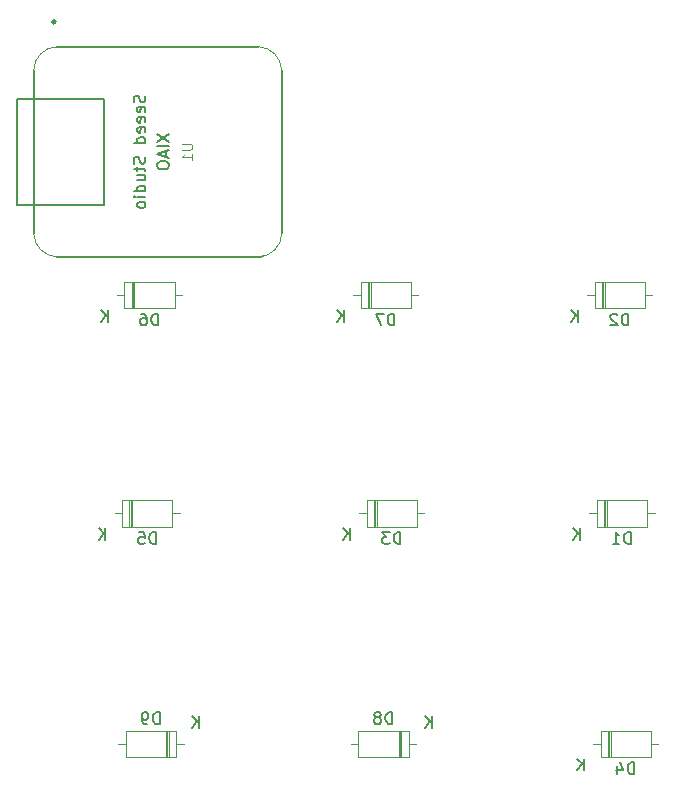
<source format=gbr>
%TF.GenerationSoftware,KiCad,Pcbnew,9.0.7*%
%TF.CreationDate,2026-02-17T23:39:54+08:00*%
%TF.ProjectId,MacroPad,4d616372-6f50-4616-942e-6b696361645f,rev?*%
%TF.SameCoordinates,Original*%
%TF.FileFunction,Legend,Bot*%
%TF.FilePolarity,Positive*%
%FSLAX46Y46*%
G04 Gerber Fmt 4.6, Leading zero omitted, Abs format (unit mm)*
G04 Created by KiCad (PCBNEW 9.0.7) date 2026-02-17 23:39:54*
%MOMM*%
%LPD*%
G01*
G04 APERTURE LIST*
%ADD10C,0.150000*%
%ADD11C,0.101600*%
%ADD12C,0.120000*%
%ADD13C,0.127000*%
%ADD14C,0.254000*%
%ADD15C,0.025400*%
G04 APERTURE END LIST*
D10*
X115428094Y-69574819D02*
X115428094Y-68574819D01*
X115428094Y-68574819D02*
X115189999Y-68574819D01*
X115189999Y-68574819D02*
X115047142Y-68622438D01*
X115047142Y-68622438D02*
X114951904Y-68717676D01*
X114951904Y-68717676D02*
X114904285Y-68812914D01*
X114904285Y-68812914D02*
X114856666Y-69003390D01*
X114856666Y-69003390D02*
X114856666Y-69146247D01*
X114856666Y-69146247D02*
X114904285Y-69336723D01*
X114904285Y-69336723D02*
X114951904Y-69431961D01*
X114951904Y-69431961D02*
X115047142Y-69527200D01*
X115047142Y-69527200D02*
X115189999Y-69574819D01*
X115189999Y-69574819D02*
X115428094Y-69574819D01*
X114523332Y-68574819D02*
X113856666Y-68574819D01*
X113856666Y-68574819D02*
X114285237Y-69574819D01*
X111141904Y-69254819D02*
X111141904Y-68254819D01*
X110570476Y-69254819D02*
X110999047Y-68683390D01*
X110570476Y-68254819D02*
X111141904Y-68826247D01*
X115928094Y-88074819D02*
X115928094Y-87074819D01*
X115928094Y-87074819D02*
X115689999Y-87074819D01*
X115689999Y-87074819D02*
X115547142Y-87122438D01*
X115547142Y-87122438D02*
X115451904Y-87217676D01*
X115451904Y-87217676D02*
X115404285Y-87312914D01*
X115404285Y-87312914D02*
X115356666Y-87503390D01*
X115356666Y-87503390D02*
X115356666Y-87646247D01*
X115356666Y-87646247D02*
X115404285Y-87836723D01*
X115404285Y-87836723D02*
X115451904Y-87931961D01*
X115451904Y-87931961D02*
X115547142Y-88027200D01*
X115547142Y-88027200D02*
X115689999Y-88074819D01*
X115689999Y-88074819D02*
X115928094Y-88074819D01*
X115023332Y-87074819D02*
X114404285Y-87074819D01*
X114404285Y-87074819D02*
X114737618Y-87455771D01*
X114737618Y-87455771D02*
X114594761Y-87455771D01*
X114594761Y-87455771D02*
X114499523Y-87503390D01*
X114499523Y-87503390D02*
X114451904Y-87551009D01*
X114451904Y-87551009D02*
X114404285Y-87646247D01*
X114404285Y-87646247D02*
X114404285Y-87884342D01*
X114404285Y-87884342D02*
X114451904Y-87979580D01*
X114451904Y-87979580D02*
X114499523Y-88027200D01*
X114499523Y-88027200D02*
X114594761Y-88074819D01*
X114594761Y-88074819D02*
X114880475Y-88074819D01*
X114880475Y-88074819D02*
X114975713Y-88027200D01*
X114975713Y-88027200D02*
X115023332Y-87979580D01*
X111641904Y-87754819D02*
X111641904Y-86754819D01*
X111070476Y-87754819D02*
X111499047Y-87183390D01*
X111070476Y-86754819D02*
X111641904Y-87326247D01*
X115238094Y-103334819D02*
X115238094Y-102334819D01*
X115238094Y-102334819D02*
X114999999Y-102334819D01*
X114999999Y-102334819D02*
X114857142Y-102382438D01*
X114857142Y-102382438D02*
X114761904Y-102477676D01*
X114761904Y-102477676D02*
X114714285Y-102572914D01*
X114714285Y-102572914D02*
X114666666Y-102763390D01*
X114666666Y-102763390D02*
X114666666Y-102906247D01*
X114666666Y-102906247D02*
X114714285Y-103096723D01*
X114714285Y-103096723D02*
X114761904Y-103191961D01*
X114761904Y-103191961D02*
X114857142Y-103287200D01*
X114857142Y-103287200D02*
X114999999Y-103334819D01*
X114999999Y-103334819D02*
X115238094Y-103334819D01*
X114095237Y-102763390D02*
X114190475Y-102715771D01*
X114190475Y-102715771D02*
X114238094Y-102668152D01*
X114238094Y-102668152D02*
X114285713Y-102572914D01*
X114285713Y-102572914D02*
X114285713Y-102525295D01*
X114285713Y-102525295D02*
X114238094Y-102430057D01*
X114238094Y-102430057D02*
X114190475Y-102382438D01*
X114190475Y-102382438D02*
X114095237Y-102334819D01*
X114095237Y-102334819D02*
X113904761Y-102334819D01*
X113904761Y-102334819D02*
X113809523Y-102382438D01*
X113809523Y-102382438D02*
X113761904Y-102430057D01*
X113761904Y-102430057D02*
X113714285Y-102525295D01*
X113714285Y-102525295D02*
X113714285Y-102572914D01*
X113714285Y-102572914D02*
X113761904Y-102668152D01*
X113761904Y-102668152D02*
X113809523Y-102715771D01*
X113809523Y-102715771D02*
X113904761Y-102763390D01*
X113904761Y-102763390D02*
X114095237Y-102763390D01*
X114095237Y-102763390D02*
X114190475Y-102811009D01*
X114190475Y-102811009D02*
X114238094Y-102858628D01*
X114238094Y-102858628D02*
X114285713Y-102953866D01*
X114285713Y-102953866D02*
X114285713Y-103144342D01*
X114285713Y-103144342D02*
X114238094Y-103239580D01*
X114238094Y-103239580D02*
X114190475Y-103287200D01*
X114190475Y-103287200D02*
X114095237Y-103334819D01*
X114095237Y-103334819D02*
X113904761Y-103334819D01*
X113904761Y-103334819D02*
X113809523Y-103287200D01*
X113809523Y-103287200D02*
X113761904Y-103239580D01*
X113761904Y-103239580D02*
X113714285Y-103144342D01*
X113714285Y-103144342D02*
X113714285Y-102953866D01*
X113714285Y-102953866D02*
X113761904Y-102858628D01*
X113761904Y-102858628D02*
X113809523Y-102811009D01*
X113809523Y-102811009D02*
X113904761Y-102763390D01*
X118571904Y-103654819D02*
X118571904Y-102654819D01*
X118000476Y-103654819D02*
X118429047Y-103083390D01*
X118000476Y-102654819D02*
X118571904Y-103226247D01*
X95548094Y-103334819D02*
X95548094Y-102334819D01*
X95548094Y-102334819D02*
X95309999Y-102334819D01*
X95309999Y-102334819D02*
X95167142Y-102382438D01*
X95167142Y-102382438D02*
X95071904Y-102477676D01*
X95071904Y-102477676D02*
X95024285Y-102572914D01*
X95024285Y-102572914D02*
X94976666Y-102763390D01*
X94976666Y-102763390D02*
X94976666Y-102906247D01*
X94976666Y-102906247D02*
X95024285Y-103096723D01*
X95024285Y-103096723D02*
X95071904Y-103191961D01*
X95071904Y-103191961D02*
X95167142Y-103287200D01*
X95167142Y-103287200D02*
X95309999Y-103334819D01*
X95309999Y-103334819D02*
X95548094Y-103334819D01*
X94500475Y-103334819D02*
X94309999Y-103334819D01*
X94309999Y-103334819D02*
X94214761Y-103287200D01*
X94214761Y-103287200D02*
X94167142Y-103239580D01*
X94167142Y-103239580D02*
X94071904Y-103096723D01*
X94071904Y-103096723D02*
X94024285Y-102906247D01*
X94024285Y-102906247D02*
X94024285Y-102525295D01*
X94024285Y-102525295D02*
X94071904Y-102430057D01*
X94071904Y-102430057D02*
X94119523Y-102382438D01*
X94119523Y-102382438D02*
X94214761Y-102334819D01*
X94214761Y-102334819D02*
X94405237Y-102334819D01*
X94405237Y-102334819D02*
X94500475Y-102382438D01*
X94500475Y-102382438D02*
X94548094Y-102430057D01*
X94548094Y-102430057D02*
X94595713Y-102525295D01*
X94595713Y-102525295D02*
X94595713Y-102763390D01*
X94595713Y-102763390D02*
X94548094Y-102858628D01*
X94548094Y-102858628D02*
X94500475Y-102906247D01*
X94500475Y-102906247D02*
X94405237Y-102953866D01*
X94405237Y-102953866D02*
X94214761Y-102953866D01*
X94214761Y-102953866D02*
X94119523Y-102906247D01*
X94119523Y-102906247D02*
X94071904Y-102858628D01*
X94071904Y-102858628D02*
X94024285Y-102763390D01*
X98881904Y-103654819D02*
X98881904Y-102654819D01*
X98310476Y-103654819D02*
X98739047Y-103083390D01*
X98310476Y-102654819D02*
X98881904Y-103226247D01*
X95238094Y-88074819D02*
X95238094Y-87074819D01*
X95238094Y-87074819D02*
X94999999Y-87074819D01*
X94999999Y-87074819D02*
X94857142Y-87122438D01*
X94857142Y-87122438D02*
X94761904Y-87217676D01*
X94761904Y-87217676D02*
X94714285Y-87312914D01*
X94714285Y-87312914D02*
X94666666Y-87503390D01*
X94666666Y-87503390D02*
X94666666Y-87646247D01*
X94666666Y-87646247D02*
X94714285Y-87836723D01*
X94714285Y-87836723D02*
X94761904Y-87931961D01*
X94761904Y-87931961D02*
X94857142Y-88027200D01*
X94857142Y-88027200D02*
X94999999Y-88074819D01*
X94999999Y-88074819D02*
X95238094Y-88074819D01*
X93761904Y-87074819D02*
X94238094Y-87074819D01*
X94238094Y-87074819D02*
X94285713Y-87551009D01*
X94285713Y-87551009D02*
X94238094Y-87503390D01*
X94238094Y-87503390D02*
X94142856Y-87455771D01*
X94142856Y-87455771D02*
X93904761Y-87455771D01*
X93904761Y-87455771D02*
X93809523Y-87503390D01*
X93809523Y-87503390D02*
X93761904Y-87551009D01*
X93761904Y-87551009D02*
X93714285Y-87646247D01*
X93714285Y-87646247D02*
X93714285Y-87884342D01*
X93714285Y-87884342D02*
X93761904Y-87979580D01*
X93761904Y-87979580D02*
X93809523Y-88027200D01*
X93809523Y-88027200D02*
X93904761Y-88074819D01*
X93904761Y-88074819D02*
X94142856Y-88074819D01*
X94142856Y-88074819D02*
X94238094Y-88027200D01*
X94238094Y-88027200D02*
X94285713Y-87979580D01*
X90951904Y-87754819D02*
X90951904Y-86754819D01*
X90380476Y-87754819D02*
X90809047Y-87183390D01*
X90380476Y-86754819D02*
X90951904Y-87326247D01*
X135738094Y-107574819D02*
X135738094Y-106574819D01*
X135738094Y-106574819D02*
X135499999Y-106574819D01*
X135499999Y-106574819D02*
X135357142Y-106622438D01*
X135357142Y-106622438D02*
X135261904Y-106717676D01*
X135261904Y-106717676D02*
X135214285Y-106812914D01*
X135214285Y-106812914D02*
X135166666Y-107003390D01*
X135166666Y-107003390D02*
X135166666Y-107146247D01*
X135166666Y-107146247D02*
X135214285Y-107336723D01*
X135214285Y-107336723D02*
X135261904Y-107431961D01*
X135261904Y-107431961D02*
X135357142Y-107527200D01*
X135357142Y-107527200D02*
X135499999Y-107574819D01*
X135499999Y-107574819D02*
X135738094Y-107574819D01*
X134309523Y-106908152D02*
X134309523Y-107574819D01*
X134547618Y-106527200D02*
X134785713Y-107241485D01*
X134785713Y-107241485D02*
X134166666Y-107241485D01*
X131451904Y-107254819D02*
X131451904Y-106254819D01*
X130880476Y-107254819D02*
X131309047Y-106683390D01*
X130880476Y-106254819D02*
X131451904Y-106826247D01*
X135428094Y-88074819D02*
X135428094Y-87074819D01*
X135428094Y-87074819D02*
X135189999Y-87074819D01*
X135189999Y-87074819D02*
X135047142Y-87122438D01*
X135047142Y-87122438D02*
X134951904Y-87217676D01*
X134951904Y-87217676D02*
X134904285Y-87312914D01*
X134904285Y-87312914D02*
X134856666Y-87503390D01*
X134856666Y-87503390D02*
X134856666Y-87646247D01*
X134856666Y-87646247D02*
X134904285Y-87836723D01*
X134904285Y-87836723D02*
X134951904Y-87931961D01*
X134951904Y-87931961D02*
X135047142Y-88027200D01*
X135047142Y-88027200D02*
X135189999Y-88074819D01*
X135189999Y-88074819D02*
X135428094Y-88074819D01*
X133904285Y-88074819D02*
X134475713Y-88074819D01*
X134189999Y-88074819D02*
X134189999Y-87074819D01*
X134189999Y-87074819D02*
X134285237Y-87217676D01*
X134285237Y-87217676D02*
X134380475Y-87312914D01*
X134380475Y-87312914D02*
X134475713Y-87360533D01*
X131141904Y-87754819D02*
X131141904Y-86754819D01*
X130570476Y-87754819D02*
X130999047Y-87183390D01*
X130570476Y-86754819D02*
X131141904Y-87326247D01*
X135238094Y-69574819D02*
X135238094Y-68574819D01*
X135238094Y-68574819D02*
X134999999Y-68574819D01*
X134999999Y-68574819D02*
X134857142Y-68622438D01*
X134857142Y-68622438D02*
X134761904Y-68717676D01*
X134761904Y-68717676D02*
X134714285Y-68812914D01*
X134714285Y-68812914D02*
X134666666Y-69003390D01*
X134666666Y-69003390D02*
X134666666Y-69146247D01*
X134666666Y-69146247D02*
X134714285Y-69336723D01*
X134714285Y-69336723D02*
X134761904Y-69431961D01*
X134761904Y-69431961D02*
X134857142Y-69527200D01*
X134857142Y-69527200D02*
X134999999Y-69574819D01*
X134999999Y-69574819D02*
X135238094Y-69574819D01*
X134285713Y-68670057D02*
X134238094Y-68622438D01*
X134238094Y-68622438D02*
X134142856Y-68574819D01*
X134142856Y-68574819D02*
X133904761Y-68574819D01*
X133904761Y-68574819D02*
X133809523Y-68622438D01*
X133809523Y-68622438D02*
X133761904Y-68670057D01*
X133761904Y-68670057D02*
X133714285Y-68765295D01*
X133714285Y-68765295D02*
X133714285Y-68860533D01*
X133714285Y-68860533D02*
X133761904Y-69003390D01*
X133761904Y-69003390D02*
X134333332Y-69574819D01*
X134333332Y-69574819D02*
X133714285Y-69574819D01*
X130951904Y-69254819D02*
X130951904Y-68254819D01*
X130380476Y-69254819D02*
X130809047Y-68683390D01*
X130380476Y-68254819D02*
X130951904Y-68826247D01*
D11*
X97436985Y-54197666D02*
X98156652Y-54197666D01*
X98156652Y-54197666D02*
X98241318Y-54240000D01*
X98241318Y-54240000D02*
X98283652Y-54282333D01*
X98283652Y-54282333D02*
X98325985Y-54367000D01*
X98325985Y-54367000D02*
X98325985Y-54536333D01*
X98325985Y-54536333D02*
X98283652Y-54621000D01*
X98283652Y-54621000D02*
X98241318Y-54663333D01*
X98241318Y-54663333D02*
X98156652Y-54705666D01*
X98156652Y-54705666D02*
X97436985Y-54705666D01*
X98325985Y-55594666D02*
X98325985Y-55086666D01*
X98325985Y-55340666D02*
X97436985Y-55340666D01*
X97436985Y-55340666D02*
X97563985Y-55255999D01*
X97563985Y-55255999D02*
X97648652Y-55171333D01*
X97648652Y-55171333D02*
X97690985Y-55086666D01*
D10*
X94287200Y-50113095D02*
X94334819Y-50255952D01*
X94334819Y-50255952D02*
X94334819Y-50494047D01*
X94334819Y-50494047D02*
X94287200Y-50589285D01*
X94287200Y-50589285D02*
X94239580Y-50636904D01*
X94239580Y-50636904D02*
X94144342Y-50684523D01*
X94144342Y-50684523D02*
X94049104Y-50684523D01*
X94049104Y-50684523D02*
X93953866Y-50636904D01*
X93953866Y-50636904D02*
X93906247Y-50589285D01*
X93906247Y-50589285D02*
X93858628Y-50494047D01*
X93858628Y-50494047D02*
X93811009Y-50303571D01*
X93811009Y-50303571D02*
X93763390Y-50208333D01*
X93763390Y-50208333D02*
X93715771Y-50160714D01*
X93715771Y-50160714D02*
X93620533Y-50113095D01*
X93620533Y-50113095D02*
X93525295Y-50113095D01*
X93525295Y-50113095D02*
X93430057Y-50160714D01*
X93430057Y-50160714D02*
X93382438Y-50208333D01*
X93382438Y-50208333D02*
X93334819Y-50303571D01*
X93334819Y-50303571D02*
X93334819Y-50541666D01*
X93334819Y-50541666D02*
X93382438Y-50684523D01*
X94287200Y-51494047D02*
X94334819Y-51398809D01*
X94334819Y-51398809D02*
X94334819Y-51208333D01*
X94334819Y-51208333D02*
X94287200Y-51113095D01*
X94287200Y-51113095D02*
X94191961Y-51065476D01*
X94191961Y-51065476D02*
X93811009Y-51065476D01*
X93811009Y-51065476D02*
X93715771Y-51113095D01*
X93715771Y-51113095D02*
X93668152Y-51208333D01*
X93668152Y-51208333D02*
X93668152Y-51398809D01*
X93668152Y-51398809D02*
X93715771Y-51494047D01*
X93715771Y-51494047D02*
X93811009Y-51541666D01*
X93811009Y-51541666D02*
X93906247Y-51541666D01*
X93906247Y-51541666D02*
X94001485Y-51065476D01*
X94287200Y-52351190D02*
X94334819Y-52255952D01*
X94334819Y-52255952D02*
X94334819Y-52065476D01*
X94334819Y-52065476D02*
X94287200Y-51970238D01*
X94287200Y-51970238D02*
X94191961Y-51922619D01*
X94191961Y-51922619D02*
X93811009Y-51922619D01*
X93811009Y-51922619D02*
X93715771Y-51970238D01*
X93715771Y-51970238D02*
X93668152Y-52065476D01*
X93668152Y-52065476D02*
X93668152Y-52255952D01*
X93668152Y-52255952D02*
X93715771Y-52351190D01*
X93715771Y-52351190D02*
X93811009Y-52398809D01*
X93811009Y-52398809D02*
X93906247Y-52398809D01*
X93906247Y-52398809D02*
X94001485Y-51922619D01*
X94287200Y-53208333D02*
X94334819Y-53113095D01*
X94334819Y-53113095D02*
X94334819Y-52922619D01*
X94334819Y-52922619D02*
X94287200Y-52827381D01*
X94287200Y-52827381D02*
X94191961Y-52779762D01*
X94191961Y-52779762D02*
X93811009Y-52779762D01*
X93811009Y-52779762D02*
X93715771Y-52827381D01*
X93715771Y-52827381D02*
X93668152Y-52922619D01*
X93668152Y-52922619D02*
X93668152Y-53113095D01*
X93668152Y-53113095D02*
X93715771Y-53208333D01*
X93715771Y-53208333D02*
X93811009Y-53255952D01*
X93811009Y-53255952D02*
X93906247Y-53255952D01*
X93906247Y-53255952D02*
X94001485Y-52779762D01*
X94334819Y-54113095D02*
X93334819Y-54113095D01*
X94287200Y-54113095D02*
X94334819Y-54017857D01*
X94334819Y-54017857D02*
X94334819Y-53827381D01*
X94334819Y-53827381D02*
X94287200Y-53732143D01*
X94287200Y-53732143D02*
X94239580Y-53684524D01*
X94239580Y-53684524D02*
X94144342Y-53636905D01*
X94144342Y-53636905D02*
X93858628Y-53636905D01*
X93858628Y-53636905D02*
X93763390Y-53684524D01*
X93763390Y-53684524D02*
X93715771Y-53732143D01*
X93715771Y-53732143D02*
X93668152Y-53827381D01*
X93668152Y-53827381D02*
X93668152Y-54017857D01*
X93668152Y-54017857D02*
X93715771Y-54113095D01*
X94287200Y-55303572D02*
X94334819Y-55446429D01*
X94334819Y-55446429D02*
X94334819Y-55684524D01*
X94334819Y-55684524D02*
X94287200Y-55779762D01*
X94287200Y-55779762D02*
X94239580Y-55827381D01*
X94239580Y-55827381D02*
X94144342Y-55875000D01*
X94144342Y-55875000D02*
X94049104Y-55875000D01*
X94049104Y-55875000D02*
X93953866Y-55827381D01*
X93953866Y-55827381D02*
X93906247Y-55779762D01*
X93906247Y-55779762D02*
X93858628Y-55684524D01*
X93858628Y-55684524D02*
X93811009Y-55494048D01*
X93811009Y-55494048D02*
X93763390Y-55398810D01*
X93763390Y-55398810D02*
X93715771Y-55351191D01*
X93715771Y-55351191D02*
X93620533Y-55303572D01*
X93620533Y-55303572D02*
X93525295Y-55303572D01*
X93525295Y-55303572D02*
X93430057Y-55351191D01*
X93430057Y-55351191D02*
X93382438Y-55398810D01*
X93382438Y-55398810D02*
X93334819Y-55494048D01*
X93334819Y-55494048D02*
X93334819Y-55732143D01*
X93334819Y-55732143D02*
X93382438Y-55875000D01*
X93668152Y-56160715D02*
X93668152Y-56541667D01*
X93334819Y-56303572D02*
X94191961Y-56303572D01*
X94191961Y-56303572D02*
X94287200Y-56351191D01*
X94287200Y-56351191D02*
X94334819Y-56446429D01*
X94334819Y-56446429D02*
X94334819Y-56541667D01*
X93668152Y-57303572D02*
X94334819Y-57303572D01*
X93668152Y-56875001D02*
X94191961Y-56875001D01*
X94191961Y-56875001D02*
X94287200Y-56922620D01*
X94287200Y-56922620D02*
X94334819Y-57017858D01*
X94334819Y-57017858D02*
X94334819Y-57160715D01*
X94334819Y-57160715D02*
X94287200Y-57255953D01*
X94287200Y-57255953D02*
X94239580Y-57303572D01*
X94334819Y-58208334D02*
X93334819Y-58208334D01*
X94287200Y-58208334D02*
X94334819Y-58113096D01*
X94334819Y-58113096D02*
X94334819Y-57922620D01*
X94334819Y-57922620D02*
X94287200Y-57827382D01*
X94287200Y-57827382D02*
X94239580Y-57779763D01*
X94239580Y-57779763D02*
X94144342Y-57732144D01*
X94144342Y-57732144D02*
X93858628Y-57732144D01*
X93858628Y-57732144D02*
X93763390Y-57779763D01*
X93763390Y-57779763D02*
X93715771Y-57827382D01*
X93715771Y-57827382D02*
X93668152Y-57922620D01*
X93668152Y-57922620D02*
X93668152Y-58113096D01*
X93668152Y-58113096D02*
X93715771Y-58208334D01*
X94334819Y-58684525D02*
X93668152Y-58684525D01*
X93334819Y-58684525D02*
X93382438Y-58636906D01*
X93382438Y-58636906D02*
X93430057Y-58684525D01*
X93430057Y-58684525D02*
X93382438Y-58732144D01*
X93382438Y-58732144D02*
X93334819Y-58684525D01*
X93334819Y-58684525D02*
X93430057Y-58684525D01*
X94334819Y-59303572D02*
X94287200Y-59208334D01*
X94287200Y-59208334D02*
X94239580Y-59160715D01*
X94239580Y-59160715D02*
X94144342Y-59113096D01*
X94144342Y-59113096D02*
X93858628Y-59113096D01*
X93858628Y-59113096D02*
X93763390Y-59160715D01*
X93763390Y-59160715D02*
X93715771Y-59208334D01*
X93715771Y-59208334D02*
X93668152Y-59303572D01*
X93668152Y-59303572D02*
X93668152Y-59446429D01*
X93668152Y-59446429D02*
X93715771Y-59541667D01*
X93715771Y-59541667D02*
X93763390Y-59589286D01*
X93763390Y-59589286D02*
X93858628Y-59636905D01*
X93858628Y-59636905D02*
X94144342Y-59636905D01*
X94144342Y-59636905D02*
X94239580Y-59589286D01*
X94239580Y-59589286D02*
X94287200Y-59541667D01*
X94287200Y-59541667D02*
X94334819Y-59446429D01*
X94334819Y-59446429D02*
X94334819Y-59303572D01*
X95334819Y-53351191D02*
X96334819Y-54017857D01*
X95334819Y-54017857D02*
X96334819Y-53351191D01*
X96334819Y-54398810D02*
X95334819Y-54398810D01*
X96049104Y-54827381D02*
X96049104Y-55303571D01*
X96334819Y-54732143D02*
X95334819Y-55065476D01*
X95334819Y-55065476D02*
X96334819Y-55398809D01*
X95334819Y-55922619D02*
X95334819Y-56113095D01*
X95334819Y-56113095D02*
X95382438Y-56208333D01*
X95382438Y-56208333D02*
X95477676Y-56303571D01*
X95477676Y-56303571D02*
X95668152Y-56351190D01*
X95668152Y-56351190D02*
X96001485Y-56351190D01*
X96001485Y-56351190D02*
X96191961Y-56303571D01*
X96191961Y-56303571D02*
X96287200Y-56208333D01*
X96287200Y-56208333D02*
X96334819Y-56113095D01*
X96334819Y-56113095D02*
X96334819Y-55922619D01*
X96334819Y-55922619D02*
X96287200Y-55827381D01*
X96287200Y-55827381D02*
X96191961Y-55732143D01*
X96191961Y-55732143D02*
X96001485Y-55684524D01*
X96001485Y-55684524D02*
X95668152Y-55684524D01*
X95668152Y-55684524D02*
X95477676Y-55732143D01*
X95477676Y-55732143D02*
X95382438Y-55827381D01*
X95382438Y-55827381D02*
X95334819Y-55922619D01*
X95428094Y-69574819D02*
X95428094Y-68574819D01*
X95428094Y-68574819D02*
X95189999Y-68574819D01*
X95189999Y-68574819D02*
X95047142Y-68622438D01*
X95047142Y-68622438D02*
X94951904Y-68717676D01*
X94951904Y-68717676D02*
X94904285Y-68812914D01*
X94904285Y-68812914D02*
X94856666Y-69003390D01*
X94856666Y-69003390D02*
X94856666Y-69146247D01*
X94856666Y-69146247D02*
X94904285Y-69336723D01*
X94904285Y-69336723D02*
X94951904Y-69431961D01*
X94951904Y-69431961D02*
X95047142Y-69527200D01*
X95047142Y-69527200D02*
X95189999Y-69574819D01*
X95189999Y-69574819D02*
X95428094Y-69574819D01*
X93999523Y-68574819D02*
X94189999Y-68574819D01*
X94189999Y-68574819D02*
X94285237Y-68622438D01*
X94285237Y-68622438D02*
X94332856Y-68670057D01*
X94332856Y-68670057D02*
X94428094Y-68812914D01*
X94428094Y-68812914D02*
X94475713Y-69003390D01*
X94475713Y-69003390D02*
X94475713Y-69384342D01*
X94475713Y-69384342D02*
X94428094Y-69479580D01*
X94428094Y-69479580D02*
X94380475Y-69527200D01*
X94380475Y-69527200D02*
X94285237Y-69574819D01*
X94285237Y-69574819D02*
X94094761Y-69574819D01*
X94094761Y-69574819D02*
X93999523Y-69527200D01*
X93999523Y-69527200D02*
X93951904Y-69479580D01*
X93951904Y-69479580D02*
X93904285Y-69384342D01*
X93904285Y-69384342D02*
X93904285Y-69146247D01*
X93904285Y-69146247D02*
X93951904Y-69051009D01*
X93951904Y-69051009D02*
X93999523Y-69003390D01*
X93999523Y-69003390D02*
X94094761Y-68955771D01*
X94094761Y-68955771D02*
X94285237Y-68955771D01*
X94285237Y-68955771D02*
X94380475Y-69003390D01*
X94380475Y-69003390D02*
X94428094Y-69051009D01*
X94428094Y-69051009D02*
X94475713Y-69146247D01*
X91141904Y-69254819D02*
X91141904Y-68254819D01*
X90570476Y-69254819D02*
X90999047Y-68683390D01*
X90570476Y-68254819D02*
X91141904Y-68826247D01*
D12*
%TO.C,D7*%
X111920000Y-67000000D02*
X112570000Y-67000000D01*
X113170000Y-68120000D02*
X113170000Y-65880000D01*
X113290000Y-68120000D02*
X113290000Y-65880000D01*
X113410000Y-68120000D02*
X113410000Y-65880000D01*
X117460000Y-67000000D02*
X116810000Y-67000000D01*
X112570000Y-68120000D02*
X116810000Y-68120000D01*
X116810000Y-65880000D01*
X112570000Y-65880000D01*
X112570000Y-68120000D01*
%TO.C,D3*%
X112420000Y-85500000D02*
X113070000Y-85500000D01*
X113670000Y-86620000D02*
X113670000Y-84380000D01*
X113790000Y-86620000D02*
X113790000Y-84380000D01*
X113910000Y-86620000D02*
X113910000Y-84380000D01*
X117960000Y-85500000D02*
X117310000Y-85500000D01*
X113070000Y-86620000D02*
X117310000Y-86620000D01*
X117310000Y-84380000D01*
X113070000Y-84380000D01*
X113070000Y-86620000D01*
%TO.C,D8*%
X111730000Y-105000000D02*
X112380000Y-105000000D01*
X115780000Y-103880000D02*
X115780000Y-106120000D01*
X115900000Y-103880000D02*
X115900000Y-106120000D01*
X116020000Y-103880000D02*
X116020000Y-106120000D01*
X117270000Y-105000000D02*
X116620000Y-105000000D01*
X116620000Y-103880000D02*
X112380000Y-103880000D01*
X112380000Y-106120000D01*
X116620000Y-106120000D01*
X116620000Y-103880000D01*
%TO.C,D9*%
X92040000Y-105000000D02*
X92690000Y-105000000D01*
X96090000Y-103880000D02*
X96090000Y-106120000D01*
X96210000Y-103880000D02*
X96210000Y-106120000D01*
X96330000Y-103880000D02*
X96330000Y-106120000D01*
X97580000Y-105000000D02*
X96930000Y-105000000D01*
X96930000Y-103880000D02*
X92690000Y-103880000D01*
X92690000Y-106120000D01*
X96930000Y-106120000D01*
X96930000Y-103880000D01*
%TO.C,D5*%
X91730000Y-85500000D02*
X92380000Y-85500000D01*
X92980000Y-86620000D02*
X92980000Y-84380000D01*
X93100000Y-86620000D02*
X93100000Y-84380000D01*
X93220000Y-86620000D02*
X93220000Y-84380000D01*
X97270000Y-85500000D02*
X96620000Y-85500000D01*
X92380000Y-86620000D02*
X96620000Y-86620000D01*
X96620000Y-84380000D01*
X92380000Y-84380000D01*
X92380000Y-86620000D01*
%TO.C,D4*%
X132230000Y-105000000D02*
X132880000Y-105000000D01*
X133480000Y-106120000D02*
X133480000Y-103880000D01*
X133600000Y-106120000D02*
X133600000Y-103880000D01*
X133720000Y-106120000D02*
X133720000Y-103880000D01*
X137770000Y-105000000D02*
X137120000Y-105000000D01*
X132880000Y-106120000D02*
X137120000Y-106120000D01*
X137120000Y-103880000D01*
X132880000Y-103880000D01*
X132880000Y-106120000D01*
%TO.C,D1*%
X131920000Y-85500000D02*
X132570000Y-85500000D01*
X133170000Y-86620000D02*
X133170000Y-84380000D01*
X133290000Y-86620000D02*
X133290000Y-84380000D01*
X133410000Y-86620000D02*
X133410000Y-84380000D01*
X137460000Y-85500000D02*
X136810000Y-85500000D01*
X132570000Y-86620000D02*
X136810000Y-86620000D01*
X136810000Y-84380000D01*
X132570000Y-84380000D01*
X132570000Y-86620000D01*
%TO.C,D2*%
X131730000Y-67000000D02*
X132380000Y-67000000D01*
X132980000Y-68120000D02*
X132980000Y-65880000D01*
X133100000Y-68120000D02*
X133100000Y-65880000D01*
X133220000Y-68120000D02*
X133220000Y-65880000D01*
X137270000Y-67000000D02*
X136620000Y-67000000D01*
X132380000Y-68120000D02*
X136620000Y-68120000D01*
X136620000Y-65880000D01*
X132380000Y-65880000D01*
X132380000Y-68120000D01*
D13*
%TO.C,U1*%
X83455970Y-50375000D02*
X83455970Y-59375000D01*
X83455970Y-59375000D02*
X90809270Y-59375000D01*
X84880910Y-61775000D02*
X84880910Y-47975000D01*
X86880000Y-45975000D02*
X103880000Y-45975000D01*
X90809270Y-50375000D02*
X83455970Y-50375000D01*
X90809270Y-59375000D02*
X90809270Y-50375000D01*
X103880000Y-63775000D02*
X86880000Y-63775000D01*
X105880000Y-47975000D02*
X105880000Y-61775000D01*
D12*
X84880000Y-47975000D02*
G75*
G02*
X86880000Y-45975000I2044612J-44612D01*
G01*
X86880000Y-63775000D02*
G75*
G02*
X84880000Y-61775000I44610J2044610D01*
G01*
X103880000Y-45975000D02*
G75*
G02*
X105880000Y-47975000I-44857J-2044857D01*
G01*
X105880000Y-61775000D02*
G75*
G02*
X103880000Y-63775000I-2000000J0D01*
G01*
D14*
X86707000Y-43875000D02*
G75*
G02*
X86453000Y-43875000I-127000J0D01*
G01*
X86453000Y-43875000D02*
G75*
G02*
X86707000Y-43875000I127000J0D01*
G01*
D15*
X86720506Y-45994397D02*
X86769527Y-45990333D01*
X86818295Y-45987285D01*
X86720506Y-45994397D01*
X104242950Y-63727153D02*
X104194690Y-63736044D01*
X104146175Y-63743664D01*
X104097407Y-63750268D01*
X104048639Y-63755601D01*
X103999618Y-63759665D01*
X103950850Y-63762713D01*
X103901574Y-63764492D01*
X104290955Y-63717248D01*
X104242950Y-63727153D01*
D12*
%TO.C,D6*%
X91920000Y-67000000D02*
X92570000Y-67000000D01*
X93170000Y-68120000D02*
X93170000Y-65880000D01*
X93290000Y-68120000D02*
X93290000Y-65880000D01*
X93410000Y-68120000D02*
X93410000Y-65880000D01*
X97460000Y-67000000D02*
X96810000Y-67000000D01*
X92570000Y-68120000D02*
X96810000Y-68120000D01*
X96810000Y-65880000D01*
X92570000Y-65880000D01*
X92570000Y-68120000D01*
%TD*%
M02*

</source>
